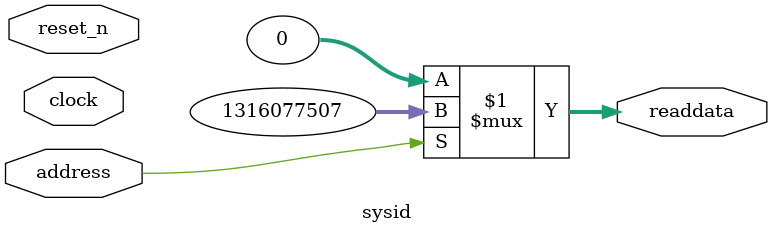
<source format=v>

`timescale 1ns / 1ps
// synthesis translate_on

// turn off superfluous verilog processor warnings 
// altera message_level Level1 
// altera message_off 10034 10035 10036 10037 10230 10240 10030 

module sysid (
               // inputs:
                address,
                clock,
                reset_n,

               // outputs:
                readdata
             )
;

  output  [ 31: 0] readdata;
  input            address;
  input            clock;
  input            reset_n;

  wire    [ 31: 0] readdata;
  //control_slave, which is an e_avalon_slave
  assign readdata = address ? 1316077507 : 0;

endmodule


</source>
